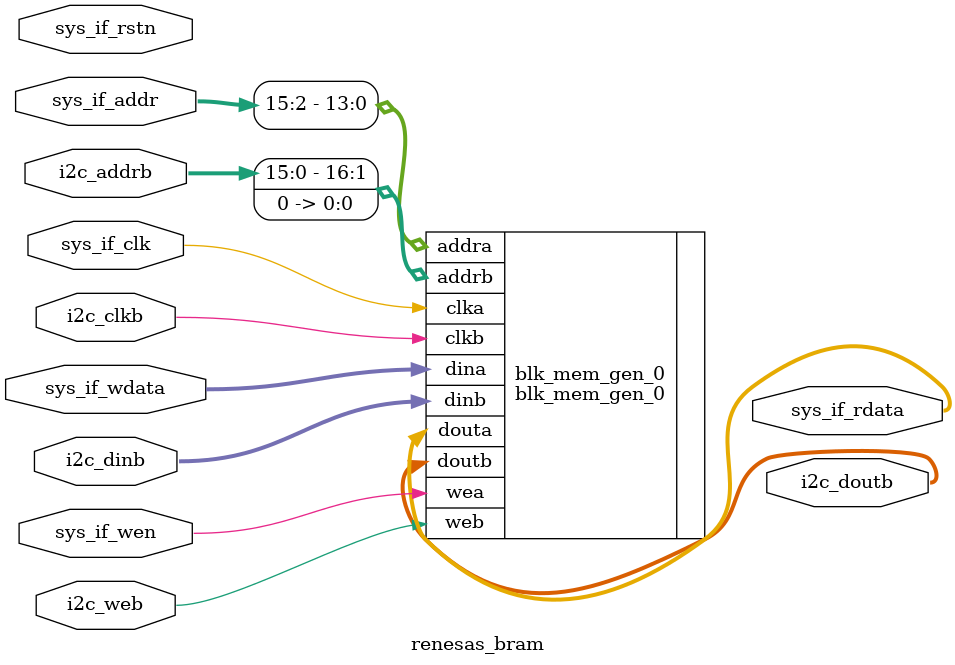
<source format=v>
/*
Copyright (c) 2023, Advanced Micro Devices, Inc. All rights reserved.
SPDX-License-Identifier: MIT
*/

/*
create_ip -name blk_mem_gen -vendor xilinx.com -library ip -version 8.4 -module_name blk_mem_gen_0
set_property -dict [list \
  CONFIG.Interface_Type {Native} \
  CONFIG.Enable_A {Always_Enabled} \
  CONFIG.Enable_B {Always_Enabled} \
  CONFIG.Memory_Type {True_Dual_Port_RAM} \
  CONFIG.Write_Width_A {32} \
  CONFIG.Write_Depth_A {16384} \
  CONFIG.Write_Width_B {8} \
] [get_ips blk_mem_gen_0]


create_ip -name axi_bram_ctrl -vendor xilinx.com -library ip -version 4.1 -module_name axi_bram_ctrl_0
set_property -dict [list \
  CONFIG.MEM_DEPTH {16384} \
  CONFIG.PROTOCOL {AXI4LITE} \
  CONFIG.SINGLE_PORT_BRAM {1} \
] [get_ips axi_bram_ctrl_0]
*/

 
module renesas_bram (
    // System Interface
    input  wire        sys_if_clk    ,   
    input  wire        sys_if_rstn   ,
    input  wire        sys_if_wen    ,    
    input  wire [31:0] sys_if_addr   ,   
    input  wire [31:0] sys_if_wdata  ,  
    output wire [31:0] sys_if_rdata  , 

    input  wire        i2c_clkb      ,
    input  wire        i2c_web       ,
    input  wire [15:0] i2c_addrb     ,
    input  wire [15:0] i2c_dinb      ,
    output wire [15:0] i2c_doutb     
);

// True Dual Port RAM
// Port A - 32 bit data, 16384 deep, 14 bit addr
// Port A -  8 bit data, 16384x4 deep, 16 bit addr
reg [3:0] crap = 0;
always@(posedge i2c_clkb)
    crap <= crap + 1;
    
blk_mem_gen_0 blk_mem_gen_0 (
    .clka   ( sys_if_clk        ),
    .wea    ( sys_if_wen        ),
    .addra  ( sys_if_addr[15:2] ),
    .dina   ( sys_if_wdata      ),
    .douta  ( sys_if_rdata      ),

    .clkb   ( i2c_clkb          ),
    .web    ( i2c_web           ),
    .addrb  ( {i2c_addrb, 1'b0}         ),
    .dinb   ( i2c_dinb          ),
    .doutb  ( i2c_doutb         )
);


endmodule



</source>
